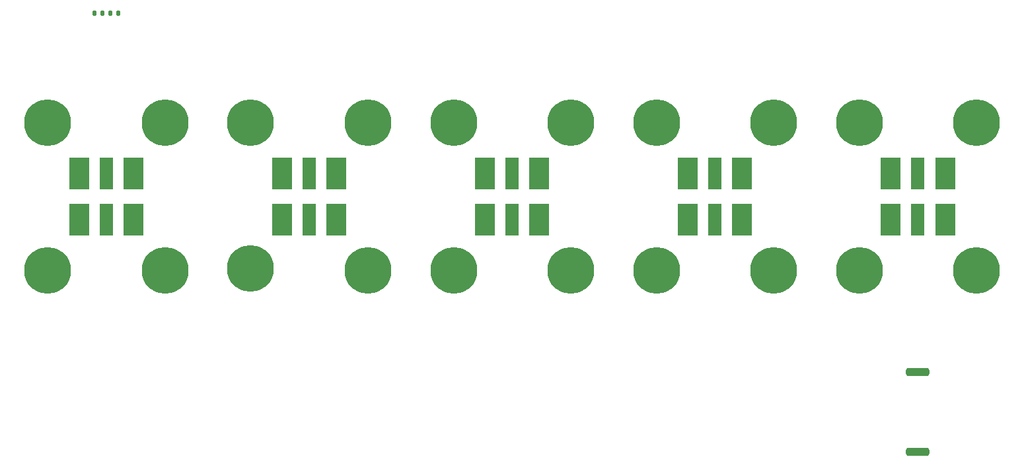
<source format=gbr>
%TF.GenerationSoftware,KiCad,Pcbnew,7.0.1*%
%TF.CreationDate,2023-05-05T11:57:26+02:00*%
%TF.ProjectId,antenna-evaluation-board,616e7465-6e6e-4612-9d65-76616c756174,rev?*%
%TF.SameCoordinates,Original*%
%TF.FileFunction,Soldermask,Top*%
%TF.FilePolarity,Negative*%
%FSLAX46Y46*%
G04 Gerber Fmt 4.6, Leading zero omitted, Abs format (unit mm)*
G04 Created by KiCad (PCBNEW 7.0.1) date 2023-05-05 11:57:26*
%MOMM*%
%LPD*%
G01*
G04 APERTURE LIST*
G04 Aperture macros list*
%AMRoundRect*
0 Rectangle with rounded corners*
0 $1 Rounding radius*
0 $2 $3 $4 $5 $6 $7 $8 $9 X,Y pos of 4 corners*
0 Add a 4 corners polygon primitive as box body*
4,1,4,$2,$3,$4,$5,$6,$7,$8,$9,$2,$3,0*
0 Add four circle primitives for the rounded corners*
1,1,$1+$1,$2,$3*
1,1,$1+$1,$4,$5*
1,1,$1+$1,$6,$7*
1,1,$1+$1,$8,$9*
0 Add four rect primitives between the rounded corners*
20,1,$1+$1,$2,$3,$4,$5,0*
20,1,$1+$1,$4,$5,$6,$7,0*
20,1,$1+$1,$6,$7,$8,$9,0*
20,1,$1+$1,$8,$9,$2,$3,0*%
G04 Aperture macros list end*
%ADD10C,0.800000*%
%ADD11C,6.000000*%
%ADD12R,1.780000X4.190000*%
%ADD13R,2.665000X4.190000*%
%ADD14RoundRect,0.135000X0.135000X0.185000X-0.135000X0.185000X-0.135000X-0.185000X0.135000X-0.185000X0*%
%ADD15RoundRect,0.250000X1.250000X0.250000X-1.250000X0.250000X-1.250000X-0.250000X1.250000X-0.250000X0*%
%ADD16RoundRect,0.135000X-0.135000X-0.185000X0.135000X-0.185000X0.135000X0.185000X-0.135000X0.185000X0*%
G04 APERTURE END LIST*
D10*
%TO.C,H9*%
X136750000Y-64000000D03*
X137409010Y-62409010D03*
X137409010Y-65590990D03*
X139000000Y-61750000D03*
D11*
X139000000Y-64000000D03*
D10*
X139000000Y-66250000D03*
X140590990Y-62409010D03*
X140590990Y-65590990D03*
X141250000Y-64000000D03*
%TD*%
%TO.C,H11*%
X32750000Y-83000000D03*
X33409010Y-81409010D03*
X33409010Y-84590990D03*
X35000000Y-80750000D03*
D11*
X35000000Y-83000000D03*
D10*
X35000000Y-85250000D03*
X36590990Y-81409010D03*
X36590990Y-84590990D03*
X37250000Y-83000000D03*
%TD*%
%TO.C,H19*%
X136750000Y-83000000D03*
X137409010Y-81409010D03*
X137409010Y-84590990D03*
X139000000Y-80750000D03*
D11*
X139000000Y-83000000D03*
D10*
X139000000Y-85250000D03*
X140590990Y-81409010D03*
X140590990Y-84590990D03*
X141250000Y-83000000D03*
%TD*%
%TO.C,H10*%
X151750000Y-64000000D03*
X152409010Y-62409010D03*
X152409010Y-65590990D03*
X154000000Y-61750000D03*
D11*
X154000000Y-64000000D03*
D10*
X154000000Y-66250000D03*
X155590990Y-62409010D03*
X155590990Y-65590990D03*
X156250000Y-64000000D03*
%TD*%
D12*
%TO.C,J10*%
X146500000Y-76500000D03*
D13*
X143007500Y-76500000D03*
X149992500Y-76500000D03*
%TD*%
D10*
%TO.C,H3*%
X58750000Y-64000000D03*
X59409010Y-62409010D03*
X59409010Y-65590990D03*
X61000000Y-61750000D03*
D11*
X61000000Y-64000000D03*
D10*
X61000000Y-66250000D03*
X62590990Y-62409010D03*
X62590990Y-65590990D03*
X63250000Y-64000000D03*
%TD*%
D12*
%TO.C,J4*%
X120500000Y-70540000D03*
D13*
X123992500Y-70540000D03*
X117007500Y-70540000D03*
%TD*%
D12*
%TO.C,J7*%
X94500000Y-76500000D03*
D13*
X91007500Y-76500000D03*
X97992500Y-76500000D03*
%TD*%
D14*
%TO.C,R1*%
X42020000Y-50000000D03*
X41000000Y-50000000D03*
%TD*%
D10*
%TO.C,H6*%
X99750000Y-64000000D03*
X100409010Y-62409010D03*
X100409010Y-65590990D03*
X102000000Y-61750000D03*
D11*
X102000000Y-64000000D03*
D10*
X102000000Y-66250000D03*
X103590990Y-62409010D03*
X103590990Y-65590990D03*
X104250000Y-64000000D03*
%TD*%
%TO.C,H20*%
X151750000Y-83000000D03*
X152409010Y-81409010D03*
X152409010Y-84590990D03*
X154000000Y-80750000D03*
D11*
X154000000Y-83000000D03*
D10*
X154000000Y-85250000D03*
X155590990Y-81409010D03*
X155590990Y-84590990D03*
X156250000Y-83000000D03*
%TD*%
%TO.C,H8*%
X125750000Y-64000000D03*
X126409010Y-62409010D03*
X126409010Y-65590990D03*
X128000000Y-61750000D03*
D11*
X128000000Y-64000000D03*
D10*
X128000000Y-66250000D03*
X129590990Y-62409010D03*
X129590990Y-65590990D03*
X130250000Y-64000000D03*
%TD*%
%TO.C,H15*%
X84750000Y-83000000D03*
X85409010Y-81409010D03*
X85409010Y-84590990D03*
X87000000Y-80750000D03*
D11*
X87000000Y-83000000D03*
D10*
X87000000Y-85250000D03*
X88590990Y-81409010D03*
X88590990Y-84590990D03*
X89250000Y-83000000D03*
%TD*%
%TO.C,H12*%
X47750000Y-83000000D03*
X48409010Y-81409010D03*
X48409010Y-84590990D03*
X50000000Y-80750000D03*
D11*
X50000000Y-83000000D03*
D10*
X50000000Y-85250000D03*
X51590990Y-81409010D03*
X51590990Y-84590990D03*
X52250000Y-83000000D03*
%TD*%
%TO.C,H16*%
X99750000Y-83000000D03*
X100409010Y-81409010D03*
X100409010Y-84590990D03*
X102000000Y-80750000D03*
D11*
X102000000Y-83000000D03*
D10*
X102000000Y-85250000D03*
X103590990Y-81409010D03*
X103590990Y-84590990D03*
X104250000Y-83000000D03*
%TD*%
%TO.C,H13*%
X58750000Y-82759010D03*
X59409010Y-81168020D03*
X59409010Y-84350000D03*
X61000000Y-80509010D03*
D11*
X61000000Y-82759010D03*
D10*
X61000000Y-85009010D03*
X62590990Y-81168020D03*
X62590990Y-84350000D03*
X63250000Y-82759010D03*
%TD*%
D12*
%TO.C,J1*%
X42500000Y-70540000D03*
D13*
X45992500Y-70540000D03*
X39007500Y-70540000D03*
%TD*%
D12*
%TO.C,J8*%
X68500000Y-76500000D03*
D13*
X65007500Y-76500000D03*
X71992500Y-76500000D03*
%TD*%
D12*
%TO.C,J9*%
X42500000Y-76500000D03*
D13*
X39007500Y-76500000D03*
X45992500Y-76500000D03*
%TD*%
D12*
%TO.C,J6*%
X120500000Y-76500000D03*
D13*
X117007500Y-76500000D03*
X123992500Y-76500000D03*
%TD*%
D12*
%TO.C,J2*%
X94500000Y-70540000D03*
D13*
X97992500Y-70540000D03*
X91007500Y-70540000D03*
%TD*%
D10*
%TO.C,H1*%
X32750000Y-64000000D03*
X33409010Y-62409010D03*
X33409010Y-65590990D03*
X35000000Y-61750000D03*
D11*
X35000000Y-64000000D03*
D10*
X35000000Y-66250000D03*
X36590990Y-62409010D03*
X36590990Y-65590990D03*
X37250000Y-64000000D03*
%TD*%
%TO.C,H18*%
X125750000Y-83000000D03*
X126409010Y-81409010D03*
X126409010Y-84590990D03*
X128000000Y-80750000D03*
D11*
X128000000Y-83000000D03*
D10*
X128000000Y-85250000D03*
X129590990Y-81409010D03*
X129590990Y-84590990D03*
X130250000Y-83000000D03*
%TD*%
%TO.C,H14*%
X73750000Y-83000000D03*
X74409010Y-81409010D03*
X74409010Y-84590990D03*
X76000000Y-80750000D03*
D11*
X76000000Y-83000000D03*
D10*
X76000000Y-85250000D03*
X77590990Y-81409010D03*
X77590990Y-84590990D03*
X78250000Y-83000000D03*
%TD*%
D12*
%TO.C,J3*%
X68500000Y-70540000D03*
D13*
X71992500Y-70540000D03*
X65007500Y-70540000D03*
%TD*%
D10*
%TO.C,H17*%
X110750000Y-83000000D03*
X111409010Y-81409010D03*
X111409010Y-84590990D03*
X113000000Y-80750000D03*
D11*
X113000000Y-83000000D03*
D10*
X113000000Y-85250000D03*
X114590990Y-81409010D03*
X114590990Y-84590990D03*
X115250000Y-83000000D03*
%TD*%
%TO.C,H4*%
X73750000Y-64000000D03*
X74409010Y-62409010D03*
X74409010Y-65590990D03*
X76000000Y-61750000D03*
D11*
X76000000Y-64000000D03*
D10*
X76000000Y-66250000D03*
X77590990Y-62409010D03*
X77590990Y-65590990D03*
X78250000Y-64000000D03*
%TD*%
%TO.C,H2*%
X47750000Y-64000000D03*
X48409010Y-62409010D03*
X48409010Y-65590990D03*
X50000000Y-61750000D03*
D11*
X50000000Y-64000000D03*
D10*
X50000000Y-66250000D03*
X51590990Y-62409010D03*
X51590990Y-65590990D03*
X52250000Y-64000000D03*
%TD*%
D15*
%TO.C,AE10*%
X146500000Y-96000000D03*
X146500000Y-106300000D03*
%TD*%
D12*
%TO.C,J5*%
X146500000Y-70540000D03*
D13*
X149992500Y-70540000D03*
X143007500Y-70540000D03*
%TD*%
D10*
%TO.C,H7*%
X110750000Y-64000000D03*
X111409010Y-62409010D03*
X111409010Y-65590990D03*
X113000000Y-61750000D03*
D11*
X113000000Y-64000000D03*
D10*
X113000000Y-66250000D03*
X114590990Y-62409010D03*
X114590990Y-65590990D03*
X115250000Y-64000000D03*
%TD*%
%TO.C,H5*%
X84750000Y-64000000D03*
X85409010Y-62409010D03*
X85409010Y-65590990D03*
X87000000Y-61750000D03*
D11*
X87000000Y-64000000D03*
D10*
X87000000Y-66250000D03*
X88590990Y-62409010D03*
X88590990Y-65590990D03*
X89250000Y-64000000D03*
%TD*%
D16*
%TO.C,R2*%
X43000000Y-50000000D03*
X44020000Y-50000000D03*
%TD*%
M02*

</source>
